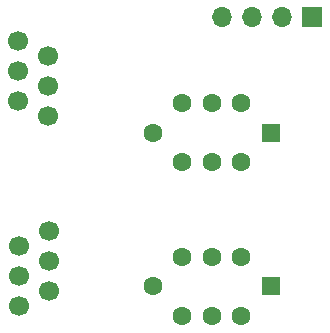
<source format=gbr>
%TF.GenerationSoftware,KiCad,Pcbnew,(5.1.9-0-10_14)*%
%TF.CreationDate,2021-07-01T16:45:12-07:00*%
%TF.ProjectId,vantroller_v5_display,76616e74-726f-46c6-9c65-725f76355f64,rev?*%
%TF.SameCoordinates,Original*%
%TF.FileFunction,Soldermask,Bot*%
%TF.FilePolarity,Negative*%
%FSLAX46Y46*%
G04 Gerber Fmt 4.6, Leading zero omitted, Abs format (unit mm)*
G04 Created by KiCad (PCBNEW (5.1.9-0-10_14)) date 2021-07-01 16:45:12*
%MOMM*%
%LPD*%
G01*
G04 APERTURE LIST*
%ADD10C,1.600000*%
%ADD11R,1.600000X1.600000*%
%ADD12O,1.700000X1.700000*%
%ADD13R,1.700000X1.700000*%
%ADD14C,1.700000*%
G04 APERTURE END LIST*
D10*
%TO.C,S2*%
X82750000Y-52750000D03*
X80250000Y-52750000D03*
X77750000Y-52750000D03*
X82750000Y-57750000D03*
X80250000Y-57750000D03*
X77750000Y-57750000D03*
D11*
X85250000Y-55250000D03*
D10*
X75250000Y-55250000D03*
%TD*%
%TO.C,S1*%
X82750000Y-39750000D03*
X80250000Y-39750000D03*
X77750000Y-39750000D03*
X82750000Y-44750000D03*
X80250000Y-44750000D03*
X77750000Y-44750000D03*
D11*
X85250000Y-42250000D03*
D10*
X75250000Y-42250000D03*
%TD*%
D12*
%TO.C,J3*%
X81130000Y-32500000D03*
X83670000Y-32500000D03*
X86210000Y-32500000D03*
D13*
X88750000Y-32500000D03*
%TD*%
D14*
%TO.C,J2*%
X66440000Y-50575000D03*
X66440000Y-53115000D03*
X66440000Y-55655000D03*
X63900000Y-51845000D03*
X63900000Y-54405000D03*
X63900000Y-56925000D03*
%TD*%
%TO.C,J1*%
X66379999Y-40864999D03*
X66379999Y-38324999D03*
X66379999Y-35784999D03*
X63839999Y-39594999D03*
X63839999Y-37034999D03*
X63839999Y-34514999D03*
%TD*%
M02*

</source>
